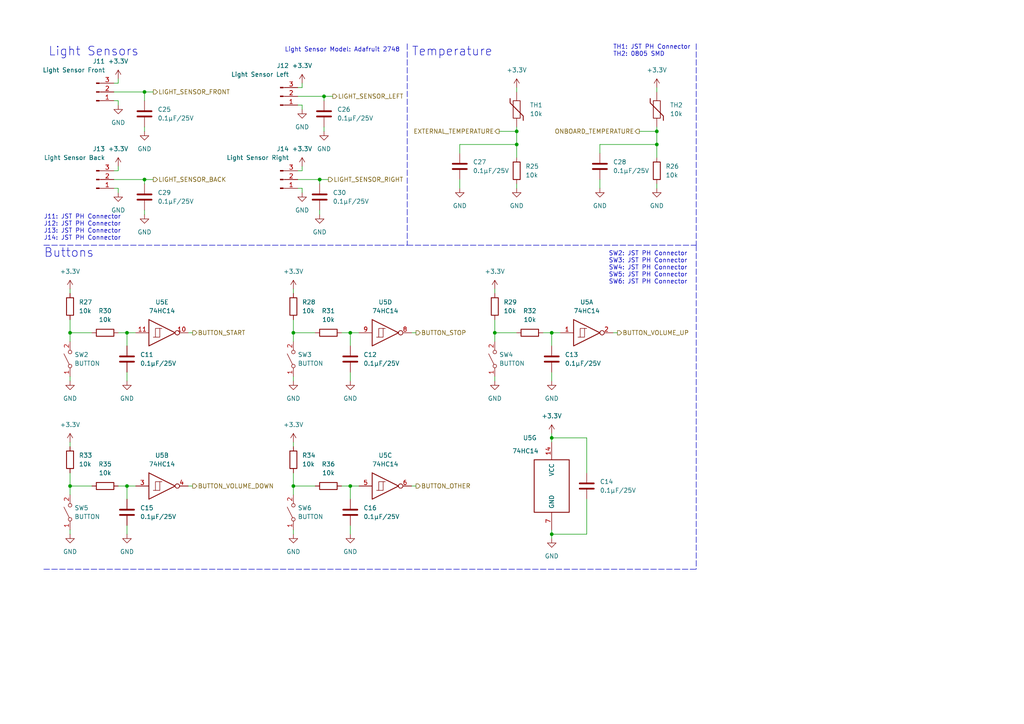
<source format=kicad_sch>
(kicad_sch (version 20211123) (generator eeschema)
  (paper "A4")
  (lib_symbols
    (symbol "Connector:Conn_01x03_Male" (pin_names (offset 1.016) hide)
      (property "Reference" "J" (at 0 5.08 0))
      (property "Value" "Conn_01x03_Male" (at 0 -5.08 0))
      (symbol "Conn_01x03_Male_1_1"
        (polyline (pts (xy 1.27 -2.54) (xy 0.8636 -2.54)) (stroke (width 0.1524)))
        (polyline (pts (xy 1.27 0) (xy 0.8636 0)) (stroke (width 0.1524)))
        (polyline (pts (xy 1.27 2.54) (xy 0.8636 2.54)) (stroke (width 0.1524)))
        (rectangle (start 0.8636 -2.413) (end 0 -2.667) (stroke (width 0.1524)) (fill (type outline)))
        (rectangle (start 0.8636 0.127) (end 0 -0.127) (stroke (width 0.1524)) (fill (type outline)))
        (rectangle (start 0.8636 2.667) (end 0 2.413) (stroke (width 0.1524)) (fill (type outline)))
        (pin passive line (at 5.08 2.54 180) (length 3.81) (name "Pin_1") (number "1"))
        (pin passive line (at 5.08 0 180) (length 3.81) (name "Pin_2") (number "2"))
        (pin passive line (at 5.08 -2.54 180) (length 3.81) (name "Pin_3") (number "3"))
      )
    )
    (symbol "Device:C" (pin_numbers hide) (pin_names (offset 0.254))
      (property "Reference" "C" (at 0.635 2.54 0))
      (property "Value" "C" (at 0.635 -2.54 0))
      (symbol "C_0_1"
        (polyline (pts (xy -2.032 -0.762) (xy 2.032 -0.762)) (stroke (width 0.508)))
        (polyline (pts (xy -2.032 0.762) (xy 2.032 0.762)) (stroke (width 0.508)))
      )
      (symbol "C_1_1"
        (pin passive line (at 0 3.81 270) (length 2.794) (name "~") (number "1"))
        (pin passive line (at 0 -3.81 90) (length 2.794) (name "~") (number "2"))
      )
    )
    (symbol "Device:R" (pin_numbers hide) (pin_names (offset 0))
      (property "Reference" "R" (at 2.032 0 90))
      (property "Value" "R" (at 0 0 90))
      (symbol "R_0_1"
        (rectangle (start -1.016 -2.54) (end 1.016 2.54) (stroke (width 0.254)))
      )
      (symbol "R_1_1"
        (pin passive line (at 0 3.81 270) (length 1.27) (name "~") (number "1"))
        (pin passive line (at 0 -3.81 90) (length 1.27) (name "~") (number "2"))
      )
    )
    (symbol "Device:Thermistor" (pin_numbers hide) (pin_names (offset 0))
      (property "Reference" "TH" (at 2.54 1.27 90))
      (property "Value" "Thermistor" (at -2.54 0 90))
      (symbol "Thermistor_0_1"
        (rectangle (start -1.016 2.54) (end 1.016 -2.54) (stroke (width 0.2032)))
        (polyline (pts (xy -1.905 3.175) (xy -1.905 1.905) (xy 1.905 -1.905) (xy 1.905 -3.175) (xy 1.905 -3.175)) (stroke (width 0.254)))
      )
      (symbol "Thermistor_1_1"
        (pin passive line (at 0 5.08 270) (length 2.54) (name "~") (number "1"))
        (pin passive line (at 0 -5.08 90) (length 2.54) (name "~") (number "2"))
      )
    )
    (symbol "Switch:SW_SPST" (pin_names (offset 0) hide)
      (property "Reference" "SW" (at 0 3.175 0))
      (property "Value" "SW_SPST" (at 0 -2.54 0))
      (symbol "SW_SPST_0_0"
        (circle (center -2.032 0) (radius 0.508))
        (polyline (pts (xy -1.524 0.254) (xy 1.524 1.778)))
        (circle (center 2.032 0) (radius 0.508))
      )
      (symbol "SW_SPST_1_1"
        (pin passive line (at -5.08 0 0) (length 2.54) (name "A") (number "1"))
        (pin passive line (at 5.08 0 180) (length 2.54) (name "B") (number "2"))
      )
    )
    (symbol "power:+3.3V" (power) (pin_names (offset 0))
      (property "Value" "+3.3V" (at 0 3.556 0))
      (symbol "+3.3V_0_1"
        (polyline (pts (xy -0.762 1.27) (xy 0 2.54)))
        (polyline (pts (xy 0 0) (xy 0 2.54)))
        (polyline (pts (xy 0 2.54) (xy 0.762 1.27)))
      )
      (symbol "+3.3V_1_1"
        (pin power_in line (at 0 0 90) (length 0) hide (name "+3.3V") (number "1"))
      )
    )
    (symbol "power:GND" (power) (pin_names (offset 0))
      (property "Value" "GND" (at 0 -3.81 0))
      (symbol "GND_0_1"
        (polyline (pts (xy 0 0) (xy 0 -1.27) (xy 1.27 -1.27) (xy 0 -2.54) (xy -1.27 -1.27) (xy 0 -1.27)))
      )
      (symbol "GND_1_1"
        (pin power_in line (at 0 0 270) (length 0) hide (name "GND") (number "1"))
      )
    )
    (symbol "t-top:74HC14" (pin_names (offset 1.016))
      (property "Reference" "U" (at 0 1.27 0))
      (property "Value" "74HC14" (at 0 -1.27 0))
      (symbol "74HC14_1_0"
        (polyline (pts (xy -3.81 3.81) (xy -3.81 -3.81) (xy 3.81 0) (xy -3.81 3.81)) (stroke (width 0.254)))
        (pin input line (at -7.62 0 0) (length 3.81) (name "~") (number "1"))
        (pin output inverted (at 7.62 0 180) (length 3.81) (name "~") (number "2"))
      )
      (symbol "74HC14_1_1"
        (polyline (pts (xy -1.905 -1.27) (xy -1.905 1.27) (xy -0.635 1.27)))
        (polyline (pts (xy -2.54 -1.27) (xy -0.635 -1.27) (xy -0.635 1.27) (xy 0 1.27)))
      )
      (symbol "74HC14_2_0"
        (polyline (pts (xy -3.81 3.81) (xy -3.81 -3.81) (xy 3.81 0) (xy -3.81 3.81)) (stroke (width 0.254)))
        (pin input line (at -7.62 0 0) (length 3.81) (name "~") (number "3"))
        (pin output inverted (at 7.62 0 180) (length 3.81) (name "~") (number "4"))
      )
      (symbol "74HC14_2_1"
        (polyline (pts (xy -1.905 -1.27) (xy -1.905 1.27) (xy -0.635 1.27)))
        (polyline (pts (xy -2.54 -1.27) (xy -0.635 -1.27) (xy -0.635 1.27) (xy 0 1.27)))
      )
      (symbol "74HC14_3_0"
        (polyline (pts (xy -3.81 3.81) (xy -3.81 -3.81) (xy 3.81 0) (xy -3.81 3.81)) (stroke (width 0.254)))
        (pin input line (at -7.62 0 0) (length 3.81) (name "~") (number "5"))
        (pin output inverted (at 7.62 0 180) (length 3.81) (name "~") (number "6"))
      )
      (symbol "74HC14_3_1"
        (polyline (pts (xy -1.905 -1.27) (xy -1.905 1.27) (xy -0.635 1.27)))
        (polyline (pts (xy -2.54 -1.27) (xy -0.635 -1.27) (xy -0.635 1.27) (xy 0 1.27)))
      )
      (symbol "74HC14_4_0"
        (polyline (pts (xy -3.81 3.81) (xy -3.81 -3.81) (xy 3.81 0) (xy -3.81 3.81)) (stroke (width 0.254)))
        (pin output inverted (at 7.62 0 180) (length 3.81) (name "~") (number "8"))
        (pin input line (at -7.62 0 0) (length 3.81) (name "~") (number "9"))
      )
      (symbol "74HC14_4_1"
        (polyline (pts (xy -1.905 -1.27) (xy -1.905 1.27) (xy -0.635 1.27)))
        (polyline (pts (xy -2.54 -1.27) (xy -0.635 -1.27) (xy -0.635 1.27) (xy 0 1.27)))
      )
      (symbol "74HC14_5_0"
        (polyline (pts (xy -3.81 3.81) (xy -3.81 -3.81) (xy 3.81 0) (xy -3.81 3.81)) (stroke (width 0.254)))
        (pin output inverted (at 7.62 0 180) (length 3.81) (name "~") (number "10"))
        (pin input line (at -7.62 0 0) (length 3.81) (name "~") (number "11"))
      )
      (symbol "74HC14_5_1"
        (polyline (pts (xy -1.905 -1.27) (xy -1.905 1.27) (xy -0.635 1.27)))
        (polyline (pts (xy -2.54 -1.27) (xy -0.635 -1.27) (xy -0.635 1.27) (xy 0 1.27)))
      )
      (symbol "74HC14_6_0"
        (polyline (pts (xy -3.81 3.81) (xy -3.81 -3.81) (xy 3.81 0) (xy -3.81 3.81)) (stroke (width 0.254)))
        (pin output inverted (at 7.62 0 180) (length 3.81) (name "~") (number "12"))
        (pin input line (at -7.62 0 0) (length 3.81) (name "~") (number "13"))
      )
      (symbol "74HC14_6_1"
        (polyline (pts (xy -1.905 -1.27) (xy -1.905 1.27) (xy -0.635 1.27)))
        (polyline (pts (xy -2.54 -1.27) (xy -0.635 -1.27) (xy -0.635 1.27) (xy 0 1.27)))
      )
      (symbol "74HC14_7_0"
        (pin power_in line (at 0 12.7 270) (length 5.08) (name "VCC") (number "14"))
        (pin power_in line (at 0 -12.7 90) (length 5.08) (name "GND") (number "7"))
      )
      (symbol "74HC14_7_1"
        (rectangle (start -5.08 7.62) (end 5.08 -7.62) (stroke (width 0.254)))
      )
    )
  )
  (junction (at 36.83 140.97))
  (junction (at 149.86 38.1))
  (junction (at 160.02 154.94))
  (junction (at 160.02 127))
  (junction (at 190.5 41.91))
  (junction (at 93.98 27.94))
  (junction (at 92.71 52.07))
  (junction (at 41.91 26.67))
  (junction (at 143.51 96.52))
  (junction (at 85.09 96.52))
  (junction (at 149.86 41.91))
  (junction (at 160.02 96.52))
  (junction (at 36.83 96.52))
  (junction (at 20.32 96.52))
  (junction (at 20.32 140.97))
  (junction (at 101.6 96.52))
  (junction (at 190.5 38.1))
  (junction (at 85.09 140.97))
  (junction (at 101.6 140.97))
  (junction (at 41.91 52.07))
  (wire (pts (xy 170.18 127) (xy 160.02 127)))
  (wire (pts (xy 34.29 54.61) (xy 34.29 55.88)))
  (wire (pts (xy 190.5 25.4) (xy 190.5 26.67)))
  (wire (pts (xy 91.44 96.52) (xy 85.09 96.52)))
  (wire (pts (xy 143.51 96.52) (xy 143.51 92.71)))
  (wire (pts (xy 33.02 52.07) (xy 41.91 52.07)))
  (wire (pts (xy 87.63 25.4) (xy 86.36 25.4)))
  (wire (pts (xy 92.71 52.07) (xy 92.71 53.34)))
  (wire (pts (xy 160.02 96.52) (xy 160.02 100.33)))
  (wire (pts (xy 92.71 60.96) (xy 92.71 62.23)))
  (wire (pts (xy 101.6 96.52) (xy 104.14 96.52)))
  (wire (pts (xy 41.91 52.07) (xy 41.91 53.34)))
  (wire (pts (xy 87.63 49.53) (xy 86.36 49.53)))
  (wire (pts (xy 41.91 52.07) (xy 44.45 52.07)))
  (wire (pts (xy 36.83 96.52) (xy 39.37 96.52)))
  (wire (pts (xy 160.02 154.94) (xy 160.02 156.21)))
  (wire (pts (xy 85.09 140.97) (xy 85.09 143.51)))
  (polyline (pts (xy 12.7 71.12) (xy 118.11 71.12)))
  (wire (pts (xy 85.09 109.22) (xy 85.09 110.49)))
  (wire (pts (xy 33.02 26.67) (xy 41.91 26.67)))
  (wire (pts (xy 54.61 140.97) (xy 55.88 140.97)))
  (wire (pts (xy 20.32 96.52) (xy 20.32 92.71)))
  (wire (pts (xy 20.32 83.82) (xy 20.32 85.09)))
  (wire (pts (xy 33.02 29.21) (xy 34.29 29.21)))
  (wire (pts (xy 34.29 29.21) (xy 34.29 30.48)))
  (wire (pts (xy 185.42 38.1) (xy 190.5 38.1)))
  (wire (pts (xy 190.5 53.34) (xy 190.5 54.61)))
  (wire (pts (xy 149.86 96.52) (xy 143.51 96.52)))
  (wire (pts (xy 119.38 96.52) (xy 120.65 96.52)))
  (wire (pts (xy 20.32 128.27) (xy 20.32 129.54)))
  (wire (pts (xy 26.67 140.97) (xy 20.32 140.97)))
  (wire (pts (xy 143.51 83.82) (xy 143.51 85.09)))
  (wire (pts (xy 87.63 48.26) (xy 87.63 49.53)))
  (wire (pts (xy 36.83 96.52) (xy 36.83 100.33)))
  (wire (pts (xy 99.06 140.97) (xy 101.6 140.97)))
  (wire (pts (xy 41.91 26.67) (xy 44.45 26.67)))
  (wire (pts (xy 101.6 140.97) (xy 104.14 140.97)))
  (wire (pts (xy 101.6 107.95) (xy 101.6 110.49)))
  (wire (pts (xy 190.5 41.91) (xy 190.5 45.72)))
  (wire (pts (xy 41.91 26.67) (xy 41.91 29.21)))
  (wire (pts (xy 143.51 96.52) (xy 143.51 99.06)))
  (wire (pts (xy 26.67 96.52) (xy 20.32 96.52)))
  (wire (pts (xy 36.83 140.97) (xy 39.37 140.97)))
  (wire (pts (xy 36.83 140.97) (xy 36.83 144.78)))
  (wire (pts (xy 101.6 96.52) (xy 101.6 100.33)))
  (wire (pts (xy 133.35 52.07) (xy 133.35 54.61)))
  (wire (pts (xy 20.32 96.52) (xy 20.32 99.06)))
  (wire (pts (xy 20.32 109.22) (xy 20.32 110.49)))
  (wire (pts (xy 99.06 96.52) (xy 101.6 96.52)))
  (wire (pts (xy 86.36 54.61) (xy 87.63 54.61)))
  (wire (pts (xy 20.32 153.67) (xy 20.32 154.94)))
  (wire (pts (xy 92.71 52.07) (xy 95.25 52.07)))
  (wire (pts (xy 133.35 41.91) (xy 149.86 41.91)))
  (wire (pts (xy 54.61 96.52) (xy 55.88 96.52)))
  (wire (pts (xy 149.86 25.4) (xy 149.86 26.67)))
  (wire (pts (xy 93.98 36.83) (xy 93.98 38.1)))
  (wire (pts (xy 20.32 140.97) (xy 20.32 137.16)))
  (wire (pts (xy 91.44 140.97) (xy 85.09 140.97)))
  (wire (pts (xy 87.63 54.61) (xy 87.63 55.88)))
  (wire (pts (xy 160.02 125.73) (xy 160.02 127)))
  (wire (pts (xy 119.38 140.97) (xy 120.65 140.97)))
  (wire (pts (xy 143.51 109.22) (xy 143.51 110.49)))
  (wire (pts (xy 149.86 36.83) (xy 149.86 38.1)))
  (wire (pts (xy 85.09 128.27) (xy 85.09 129.54)))
  (wire (pts (xy 149.86 38.1) (xy 149.86 41.91)))
  (wire (pts (xy 93.98 27.94) (xy 93.98 29.21)))
  (wire (pts (xy 34.29 140.97) (xy 36.83 140.97)))
  (wire (pts (xy 85.09 83.82) (xy 85.09 85.09)))
  (wire (pts (xy 173.99 52.07) (xy 173.99 54.61)))
  (wire (pts (xy 93.98 27.94) (xy 96.52 27.94)))
  (wire (pts (xy 190.5 38.1) (xy 190.5 41.91)))
  (polyline (pts (xy 118.11 12.7) (xy 118.11 71.12)))
  (wire (pts (xy 86.36 27.94) (xy 93.98 27.94)))
  (polyline (pts (xy 201.93 12.7) (xy 201.93 71.12)))
  (wire (pts (xy 160.02 96.52) (xy 162.56 96.52)))
  (wire (pts (xy 86.36 52.07) (xy 92.71 52.07)))
  (wire (pts (xy 85.09 153.67) (xy 85.09 154.94)))
  (wire (pts (xy 160.02 107.95) (xy 160.02 110.49)))
  (wire (pts (xy 34.29 96.52) (xy 36.83 96.52)))
  (wire (pts (xy 149.86 53.34) (xy 149.86 54.61)))
  (wire (pts (xy 87.63 30.48) (xy 87.63 31.75)))
  (wire (pts (xy 41.91 36.83) (xy 41.91 38.1)))
  (wire (pts (xy 86.36 30.48) (xy 87.63 30.48)))
  (wire (pts (xy 160.02 154.94) (xy 170.18 154.94)))
  (wire (pts (xy 34.29 49.53) (xy 33.02 49.53)))
  (wire (pts (xy 34.29 22.86) (xy 34.29 24.13)))
  (wire (pts (xy 173.99 44.45) (xy 173.99 41.91)))
  (polyline (pts (xy 201.93 71.12) (xy 201.93 165.1)))
  (wire (pts (xy 190.5 36.83) (xy 190.5 38.1)))
  (wire (pts (xy 41.91 60.96) (xy 41.91 62.23)))
  (wire (pts (xy 160.02 127) (xy 160.02 128.27)))
  (wire (pts (xy 170.18 137.16) (xy 170.18 127)))
  (wire (pts (xy 85.09 140.97) (xy 85.09 137.16)))
  (wire (pts (xy 133.35 44.45) (xy 133.35 41.91)))
  (wire (pts (xy 177.8 96.52) (xy 179.07 96.52)))
  (wire (pts (xy 144.78 38.1) (xy 149.86 38.1)))
  (wire (pts (xy 36.83 152.4) (xy 36.83 154.94)))
  (wire (pts (xy 173.99 41.91) (xy 190.5 41.91)))
  (wire (pts (xy 160.02 153.67) (xy 160.02 154.94)))
  (polyline (pts (xy 118.11 71.12) (xy 201.93 71.12)))
  (wire (pts (xy 34.29 24.13) (xy 33.02 24.13)))
  (wire (pts (xy 36.83 107.95) (xy 36.83 110.49)))
  (wire (pts (xy 87.63 24.13) (xy 87.63 25.4)))
  (wire (pts (xy 20.32 140.97) (xy 20.32 143.51)))
  (wire (pts (xy 34.29 48.26) (xy 34.29 49.53)))
  (wire (pts (xy 33.02 54.61) (xy 34.29 54.61)))
  (wire (pts (xy 157.48 96.52) (xy 160.02 96.52)))
  (wire (pts (xy 101.6 152.4) (xy 101.6 154.94)))
  (polyline (pts (xy 12.7 165.1) (xy 201.93 165.1)))
  (wire (pts (xy 85.09 96.52) (xy 85.09 99.06)))
  (wire (pts (xy 149.86 41.91) (xy 149.86 45.72)))
  (wire (pts (xy 170.18 154.94) (xy 170.18 144.78)))
  (wire (pts (xy 101.6 140.97) (xy 101.6 144.78)))
  (wire (pts (xy 85.09 96.52) (xy 85.09 92.71)))
  (text "Buttons" (at 12.7 74.93 0) (effects (font (size 2.54 2.54)) (justify left bottom)))
  (text "SW2: JST PH Connector\nSW3: JST PH Connector\nSW4: JST PH Connector\nSW5: JST PH Connector\nSW6: JST PH Connector" (at 176.53 82.55 0) (effects (font (size 1.27 1.27)) (justify left bottom)))
  (text "TH1: JST PH Connector\nTH2: 0805 SMD" (at 177.8 16.51 0) (effects (font (size 1.27 1.27)) (justify left bottom)))
  (text "Light Sensors" (at 13.97 16.51 0) (effects (font (size 2.54 2.54)) (justify left bottom)))
  (text "Temperature" (at 119.38 16.51 0) (effects (font (size 2.54 2.54)) (justify left bottom)))
  (text "J11: JST PH Connector\nJ12: JST PH Connector\nJ13: JST PH Connector\nJ14: JST PH Connector" (at 12.7 69.85 0) (effects (font (size 1.27 1.27)) (justify left bottom)))
  (text "Light Sensor Model: Adafruit 2748" (at 82.55 15.24 0) (effects (font (size 1.27 1.27)) (justify left bottom)))
  (hierarchical_label "BUTTON_VOLUME_UP" (shape output) (at 179.07 96.52 0))
  (hierarchical_label "LIGHT_SENSOR_FRONT" (shape output) (at 44.45 26.67 0))
  (hierarchical_label "BUTTON_STOP" (shape output) (at 120.65 96.52 0))
  (hierarchical_label "BUTTON_START" (shape output) (at 55.88 96.52 0))
  (hierarchical_label "LIGHT_SENSOR_RIGHT" (shape output) (at 95.25 52.07 0))
  (hierarchical_label "LIGHT_SENSOR_BACK" (shape output) (at 44.45 52.07 0))
  (hierarchical_label "BUTTON_OTHER" (shape output) (at 120.65 140.97 0))
  (hierarchical_label "BUTTON_VOLUME_DOWN" (shape output) (at 55.88 140.97 0))
  (hierarchical_label "LIGHT_SENSOR_LEFT" (shape output) (at 96.52 27.94 0))
  (hierarchical_label "EXTERNAL_TEMPERATURE" (shape output) (at 144.78 38.1 180))
  (hierarchical_label "ONBOARD_TEMPERATURE" (shape output) (at 185.42 38.1 180))
  (symbol (lib_id "power:+3.3V") (at 34.29 48.26 0) (unit 1)
    (property "Reference" "#PWR0166" (effects hide))
    (property "Value" "+3.3V" (at 34.29 43.18 0))
  )
  (symbol (lib_id "Device:R") (at 30.48 96.52 90) (unit 1)
    (property "Reference" "R30" (at 30.48 90.17 90))
    (property "Value" "10k" (at 30.48 92.71 90))
    (property "Footprint" "Resistor_SMD:R_0805_2012Metric" (effects hide))
  )
  (symbol (lib_id "Device:R") (at 190.5 49.53 0) (unit 1)
    (property "Reference" "R26" (at 193.04 48.2599 0) (effects (justify left)))
    (property "Value" "10k" (at 193.04 50.7999 0) (effects (justify left)))
    (property "Footprint" "Resistor_SMD:R_0805_2012Metric" (effects hide))
  )
  (symbol (lib_id "Device:R") (at 20.32 88.9 0) (unit 1)
    (property "Reference" "R27" (at 22.86 87.6299 0) (effects (justify left)))
    (property "Value" "10k" (at 22.86 90.1699 0) (effects (justify left)))
    (property "Footprint" "Resistor_SMD:R_0805_2012Metric" (effects hide))
  )
  (symbol (lib_id "Switch:SW_SPST") (at 85.09 148.59 90) (unit 1)
    (property "Reference" "SW6" (at 86.36 147.3199 90) (effects (justify right)))
    (property "Value" "BUTTON" (at 86.36 149.8599 90) (effects (justify right)))
    (property "Footprint" "Connector_JST:JST_PH_B2B-PH-K_1x02_P2.00mm_Vertical" (effects hide))
  )
  (symbol (lib_id "power:+3.3V") (at 87.63 24.13 0) (unit 1)
    (property "Reference" "#PWR0165" (effects hide))
    (property "Value" "+3.3V" (at 87.63 19.05 0))
  )
  (symbol (lib_id "Device:R") (at 95.25 96.52 90) (unit 1)
    (property "Reference" "R31" (at 95.25 90.17 90))
    (property "Value" "10k" (at 95.25 92.71 90))
    (property "Footprint" "Resistor_SMD:R_0805_2012Metric" (effects hide))
  )
  (symbol (lib_id "Device:C") (at 36.83 104.14 0) (unit 1)
    (property "Reference" "C11" (at 40.64 102.8699 0) (effects (justify left)))
    (property "Value" "0.1µF/25V" (at 40.64 105.4099 0) (effects (justify left)))
    (property "Footprint" "Capacitor_SMD:C_0805_2012Metric" (effects hide))
  )
  (symbol (lib_id "t-top:74HC14") (at 160.02 140.97 0) (unit 7)
    (property "Reference" "U5" (at 153.67 127 0))
    (property "Value" "74HC14" (at 152.4 130.81 0))
    (property "Footprint" "Package_SO:TSSOP-14_4.4x5mm_P0.65mm" (effects hide))
    (property "Datasheet" "http://www.ti.com/lit/gpn/sn74HC14" (effects hide))
  )
  (symbol (lib_id "power:+3.3V") (at 190.5 25.4 0) (unit 1)
    (property "Reference" "#PWR0150" (effects hide))
    (property "Value" "+3.3V" (at 190.5 20.32 0))
  )
  (symbol (lib_id "Device:R") (at 85.09 88.9 0) (unit 1)
    (property "Reference" "R28" (at 87.63 87.6299 0) (effects (justify left)))
    (property "Value" "10k" (at 87.63 90.1699 0) (effects (justify left)))
    (property "Footprint" "Resistor_SMD:R_0805_2012Metric" (effects hide))
  )
  (symbol (lib_id "Connector:Conn_01x03_Male") (at 27.94 52.07 0) (mirror x) (unit 1)
    (property "Reference" "J13" (at 30.48 43.18 0) (effects (justify right)))
    (property "Value" "Light Sensor Back" (at 30.48 45.72 0) (effects (justify right)))
    (property "Footprint" "Connector_JST:JST_PH_B3B-PH-K_1x03_P2.00mm_Vertical" (effects hide))
  )
  (symbol (lib_id "t-top:74HC14") (at 46.99 96.52 0) (unit 5)
    (property "Reference" "U5" (at 46.99 87.63 0))
    (property "Value" "74HC14" (at 46.99 90.17 0))
    (property "Footprint" "Package_SO:TSSOP-14_4.4x5mm_P0.65mm" (effects hide))
    (property "Datasheet" "http://www.ti.com/lit/gpn/sn74HC14" (effects hide))
  )
  (symbol (lib_id "power:GND") (at 92.71 62.23 0) (unit 1)
    (property "Reference" "#PWR0195" (effects hide))
    (property "Value" "GND" (at 92.71 67.31 0))
  )
  (symbol (lib_id "Device:R") (at 30.48 140.97 90) (unit 1)
    (property "Reference" "R35" (at 30.48 134.62 90))
    (property "Value" "10k" (at 30.48 137.16 90))
    (property "Footprint" "Resistor_SMD:R_0805_2012Metric" (effects hide))
  )
  (symbol (lib_id "power:+3.3V") (at 34.29 22.86 0) (unit 1)
    (property "Reference" "#PWR0169" (effects hide))
    (property "Value" "+3.3V" (at 34.29 17.78 0))
  )
  (symbol (lib_id "power:+3.3V") (at 87.63 48.26 0) (unit 1)
    (property "Reference" "#PWR0156" (effects hide))
    (property "Value" "+3.3V" (at 87.63 43.18 0))
  )
  (symbol (lib_id "power:GND") (at 34.29 55.88 0) (unit 1)
    (property "Reference" "#PWR0167" (effects hide))
    (property "Value" "GND" (at 34.29 60.96 0))
  )
  (symbol (lib_id "power:+3.3V") (at 85.09 83.82 0) (unit 1)
    (property "Reference" "#PWR0168" (effects hide))
    (property "Value" "+3.3V" (at 85.09 78.74 0))
  )
  (symbol (lib_id "Device:C") (at 101.6 148.59 0) (unit 1)
    (property "Reference" "C16" (at 105.41 147.3199 0) (effects (justify left)))
    (property "Value" "0.1µF/25V" (at 105.41 149.8599 0) (effects (justify left)))
    (property "Footprint" "Capacitor_SMD:C_0805_2012Metric" (effects hide))
  )
  (symbol (lib_id "power:GND") (at 41.91 38.1 0) (unit 1)
    (property "Reference" "#PWR0191" (effects hide))
    (property "Value" "GND" (at 41.91 43.18 0))
  )
  (symbol (lib_id "Device:C") (at 173.99 48.26 0) (unit 1)
    (property "Reference" "C28" (at 177.8 46.9899 0) (effects (justify left)))
    (property "Value" "0.1µF/25V" (at 177.8 49.5299 0) (effects (justify left)))
    (property "Footprint" "Capacitor_SMD:C_0805_2012Metric" (effects hide))
  )
  (symbol (lib_id "Device:Thermistor") (at 190.5 31.75 0) (unit 1)
    (property "Reference" "TH2" (at 194.31 30.4799 0) (effects (justify left)))
    (property "Value" "10k" (at 194.31 33.0199 0) (effects (justify left)))
    (property "Footprint" "Resistor_SMD:R_0805_2012Metric" (effects hide))
  )
  (symbol (lib_id "power:GND") (at 87.63 31.75 0) (unit 1)
    (property "Reference" "#PWR0157" (effects hide))
    (property "Value" "GND" (at 87.63 36.83 0))
  )
  (symbol (lib_id "Device:R") (at 149.86 49.53 0) (unit 1)
    (property "Reference" "R25" (at 152.4 48.2599 0) (effects (justify left)))
    (property "Value" "10k" (at 152.4 50.7999 0) (effects (justify left)))
    (property "Footprint" "Resistor_SMD:R_0805_2012Metric" (effects hide))
  )
  (symbol (lib_id "power:GND") (at 20.32 154.94 0) (unit 1)
    (property "Reference" "#PWR0174" (effects hide))
    (property "Value" "GND" (at 20.32 160.02 0))
  )
  (symbol (lib_id "Device:C") (at 92.71 57.15 0) (unit 1)
    (property "Reference" "C30" (at 96.52 55.8799 0) (effects (justify left)))
    (property "Value" "0.1µF/25V" (at 96.52 58.4199 0) (effects (justify left)))
    (property "Footprint" "Capacitor_SMD:C_0805_2012Metric" (effects hide))
  )
  (symbol (lib_id "power:GND") (at 149.86 54.61 0) (unit 1)
    (property "Reference" "#PWR0153" (effects hide))
    (property "Value" "GND" (at 149.86 59.69 0))
  )
  (symbol (lib_id "Device:R") (at 153.67 96.52 90) (unit 1)
    (property "Reference" "R32" (at 153.67 90.17 90))
    (property "Value" "10k" (at 153.67 92.71 90))
    (property "Footprint" "Resistor_SMD:R_0805_2012Metric" (effects hide))
  )
  (symbol (lib_id "power:GND") (at 160.02 156.21 0) (unit 1)
    (property "Reference" "#PWR0161" (effects hide))
    (property "Value" "GND" (at 160.02 161.29 0))
  )
  (symbol (lib_id "power:GND") (at 34.29 30.48 0) (unit 1)
    (property "Reference" "#PWR0170" (effects hide))
    (property "Value" "GND" (at 34.29 35.56 0))
  )
  (symbol (lib_id "power:GND") (at 173.99 54.61 0) (unit 1)
    (property "Reference" "#PWR0193" (effects hide))
    (property "Value" "GND" (at 173.99 59.69 0))
  )
  (symbol (lib_id "t-top:74HC14") (at 111.76 96.52 0) (unit 4)
    (property "Reference" "U5" (at 111.76 87.63 0))
    (property "Value" "74HC14" (at 111.76 90.17 0))
    (property "Footprint" "Package_SO:TSSOP-14_4.4x5mm_P0.65mm" (effects hide))
    (property "Datasheet" "http://www.ti.com/lit/gpn/sn74HC14" (effects hide))
  )
  (symbol (lib_id "Device:R") (at 143.51 88.9 0) (unit 1)
    (property "Reference" "R29" (at 146.05 87.6299 0) (effects (justify left)))
    (property "Value" "10k" (at 146.05 90.1699 0) (effects (justify left)))
    (property "Footprint" "Resistor_SMD:R_0805_2012Metric" (effects hide))
  )
  (symbol (lib_id "power:GND") (at 85.09 154.94 0) (unit 1)
    (property "Reference" "#PWR0173" (effects hide))
    (property "Value" "GND" (at 85.09 160.02 0))
  )
  (symbol (lib_id "power:GND") (at 41.91 62.23 0) (unit 1)
    (property "Reference" "#PWR0194" (effects hide))
    (property "Value" "GND" (at 41.91 67.31 0))
  )
  (symbol (lib_id "Device:C") (at 41.91 33.02 0) (unit 1)
    (property "Reference" "C25" (at 45.72 31.7499 0) (effects (justify left)))
    (property "Value" "0.1µF/25V" (at 45.72 34.2899 0) (effects (justify left)))
    (property "Footprint" "Capacitor_SMD:C_0805_2012Metric" (effects hide))
  )
  (symbol (lib_id "Device:C") (at 160.02 104.14 0) (unit 1)
    (property "Reference" "C13" (at 163.83 102.8699 0) (effects (justify left)))
    (property "Value" "0.1µF/25V" (at 163.83 105.4099 0) (effects (justify left)))
    (property "Footprint" "Capacitor_SMD:C_0805_2012Metric" (effects hide))
  )
  (symbol (lib_id "power:+3.3V") (at 149.86 25.4 0) (unit 1)
    (property "Reference" "#PWR0152" (effects hide))
    (property "Value" "+3.3V" (at 149.86 20.32 0))
  )
  (symbol (lib_id "Switch:SW_SPST") (at 20.32 148.59 90) (unit 1)
    (property "Reference" "SW5" (at 21.59 147.3199 90) (effects (justify right)))
    (property "Value" "BUTTON" (at 21.59 149.8599 90) (effects (justify right)))
    (property "Footprint" "Connector_JST:JST_PH_B2B-PH-K_1x02_P2.00mm_Vertical" (effects hide))
  )
  (symbol (lib_id "power:+3.3V") (at 160.02 125.73 0) (unit 1)
    (property "Reference" "#PWR0162" (effects hide))
    (property "Value" "+3.3V" (at 160.02 120.65 0))
  )
  (symbol (lib_id "power:GND") (at 101.6 154.94 0) (unit 1)
    (property "Reference" "#PWR0172" (effects hide))
    (property "Value" "GND" (at 101.6 160.02 0))
  )
  (symbol (lib_id "power:GND") (at 85.09 110.49 0) (unit 1)
    (property "Reference" "#PWR0158" (effects hide))
    (property "Value" "GND" (at 85.09 115.57 0))
  )
  (symbol (lib_id "Connector:Conn_01x03_Male") (at 81.28 52.07 0) (mirror x) (unit 1)
    (property "Reference" "J14" (at 83.82 43.18 0) (effects (justify right)))
    (property "Value" "Light Sensor Right" (at 83.82 45.72 0) (effects (justify right)))
    (property "Footprint" "Connector_JST:JST_PH_B3B-PH-K_1x03_P2.00mm_Vertical" (effects hide))
  )
  (symbol (lib_id "Switch:SW_SPST") (at 143.51 104.14 90) (unit 1)
    (property "Reference" "SW4" (at 144.78 102.8699 90) (effects (justify right)))
    (property "Value" "BUTTON" (at 144.78 105.4099 90) (effects (justify right)))
    (property "Footprint" "Connector_JST:JST_PH_B2B-PH-K_1x02_P2.00mm_Vertical" (effects hide))
  )
  (symbol (lib_id "power:+3.3V") (at 20.32 83.82 0) (unit 1)
    (property "Reference" "#PWR0164" (effects hide))
    (property "Value" "+3.3V" (at 20.32 78.74 0))
  )
  (symbol (lib_id "Device:C") (at 41.91 57.15 0) (unit 1)
    (property "Reference" "C29" (at 45.72 55.8799 0) (effects (justify left)))
    (property "Value" "0.1µF/25V" (at 45.72 58.4199 0) (effects (justify left)))
    (property "Footprint" "Capacitor_SMD:C_0805_2012Metric" (effects hide))
  )
  (symbol (lib_id "Switch:SW_SPST") (at 85.09 104.14 90) (unit 1)
    (property "Reference" "SW3" (at 86.36 102.8699 90) (effects (justify right)))
    (property "Value" "BUTTON" (at 86.36 105.4099 90) (effects (justify right)))
    (property "Footprint" "Connector_JST:JST_PH_B2B-PH-K_1x02_P2.00mm_Vertical" (effects hide))
  )
  (symbol (lib_id "Connector:Conn_01x03_Male") (at 27.94 26.67 0) (mirror x) (unit 1)
    (property "Reference" "J11" (at 30.48 17.78 0) (effects (justify right)))
    (property "Value" "Light Sensor Front" (at 30.48 20.32 0) (effects (justify right)))
    (property "Footprint" "Connector_JST:JST_PH_B3B-PH-K_1x03_P2.00mm_Vertical" (effects hide))
  )
  (symbol (lib_id "Switch:SW_SPST") (at 20.32 104.14 90) (unit 1)
    (property "Reference" "SW2" (at 21.59 102.8699 90) (effects (justify right)))
    (property "Value" "BUTTON" (at 21.59 105.4099 90) (effects (justify right)))
    (property "Footprint" "Connector_JST:JST_PH_B2B-PH-K_1x02_P2.00mm_Vertical" (effects hide))
  )
  (symbol (lib_id "power:GND") (at 87.63 55.88 0) (unit 1)
    (property "Reference" "#PWR0155" (effects hide))
    (property "Value" "GND" (at 87.63 60.96 0))
  )
  (symbol (lib_id "Device:C") (at 133.35 48.26 0) (unit 1)
    (property "Reference" "C27" (at 137.16 46.9899 0) (effects (justify left)))
    (property "Value" "0.1µF/25V" (at 137.16 49.5299 0) (effects (justify left)))
    (property "Footprint" "Capacitor_SMD:C_0805_2012Metric" (effects hide))
  )
  (symbol (lib_id "Device:R") (at 20.32 133.35 0) (unit 1)
    (property "Reference" "R33" (at 22.86 132.0799 0) (effects (justify left)))
    (property "Value" "10k" (at 22.86 134.6199 0) (effects (justify left)))
    (property "Footprint" "Resistor_SMD:R_0805_2012Metric" (effects hide))
  )
  (symbol (lib_id "Device:C") (at 36.83 148.59 0) (unit 1)
    (property "Reference" "C15" (at 40.64 147.3199 0) (effects (justify left)))
    (property "Value" "0.1µF/25V" (at 40.64 149.8599 0) (effects (justify left)))
    (property "Footprint" "Capacitor_SMD:C_0805_2012Metric" (effects hide))
  )
  (symbol (lib_id "Device:R") (at 85.09 133.35 0) (unit 1)
    (property "Reference" "R34" (at 87.63 132.0799 0) (effects (justify left)))
    (property "Value" "10k" (at 87.63 134.6199 0) (effects (justify left)))
    (property "Footprint" "Resistor_SMD:R_0805_2012Metric" (effects hide))
  )
  (symbol (lib_id "power:GND") (at 36.83 154.94 0) (unit 1)
    (property "Reference" "#PWR0176" (effects hide))
    (property "Value" "GND" (at 36.83 160.02 0))
  )
  (symbol (lib_id "power:GND") (at 20.32 110.49 0) (unit 1)
    (property "Reference" "#PWR0148" (effects hide))
    (property "Value" "GND" (at 20.32 115.57 0))
  )
  (symbol (lib_id "Device:C") (at 101.6 104.14 0) (unit 1)
    (property "Reference" "C12" (at 105.41 102.8699 0) (effects (justify left)))
    (property "Value" "0.1µF/25V" (at 105.41 105.4099 0) (effects (justify left)))
    (property "Footprint" "Capacitor_SMD:C_0805_2012Metric" (effects hide))
  )
  (symbol (lib_id "power:+3.3V") (at 20.32 128.27 0) (unit 1)
    (property "Reference" "#PWR0175" (effects hide))
    (property "Value" "+3.3V" (at 20.32 123.19 0))
  )
  (symbol (lib_id "power:GND") (at 133.35 54.61 0) (unit 1)
    (property "Reference" "#PWR0192" (effects hide))
    (property "Value" "GND" (at 133.35 59.69 0))
  )
  (symbol (lib_id "power:+3.3V") (at 85.09 128.27 0) (unit 1)
    (property "Reference" "#PWR0171" (effects hide))
    (property "Value" "+3.3V" (at 85.09 123.19 0))
  )
  (symbol (lib_id "t-top:74HC14") (at 170.18 96.52 0) (unit 1)
    (property "Reference" "U5" (at 170.18 87.63 0))
    (property "Value" "74HC14" (at 170.18 90.17 0))
    (property "Footprint" "Package_SO:TSSOP-14_4.4x5mm_P0.65mm" (effects hide))
    (property "Datasheet" "http://www.ti.com/lit/gpn/sn74HC14" (effects hide))
  )
  (symbol (lib_id "power:GND") (at 160.02 110.49 0) (unit 1)
    (property "Reference" "#PWR0163" (effects hide))
    (property "Value" "GND" (at 160.02 115.57 0))
  )
  (symbol (lib_id "Device:R") (at 95.25 140.97 90) (unit 1)
    (property "Reference" "R36" (at 95.25 134.62 90))
    (property "Value" "10k" (at 95.25 137.16 90))
    (property "Footprint" "Resistor_SMD:R_0805_2012Metric" (effects hide))
  )
  (symbol (lib_id "t-top:74HC14") (at 111.76 140.97 0) (unit 3)
    (property "Reference" "U5" (at 111.76 132.08 0))
    (property "Value" "74HC14" (at 111.76 134.62 0))
    (property "Footprint" "Package_SO:TSSOP-14_4.4x5mm_P0.65mm" (effects hide))
    (property "Datasheet" "http://www.ti.com/lit/gpn/sn74HC14" (effects hide))
  )
  (symbol (lib_id "power:GND") (at 36.83 110.49 0) (unit 1)
    (property "Reference" "#PWR0149" (effects hide))
    (property "Value" "GND" (at 36.83 115.57 0))
  )
  (symbol (lib_id "t-top:74HC14") (at 46.99 140.97 0) (unit 2)
    (property "Reference" "U5" (at 46.99 132.08 0))
    (property "Value" "74HC14" (at 46.99 134.62 0))
    (property "Footprint" "Package_SO:TSSOP-14_4.4x5mm_P0.65mm" (effects hide))
    (property "Datasheet" "http://www.ti.com/lit/gpn/sn74HC14" (effects hide))
  )
  (symbol (lib_id "power:GND") (at 143.51 110.49 0) (unit 1)
    (property "Reference" "#PWR0160" (effects hide))
    (property "Value" "GND" (at 143.51 115.57 0))
  )
  (symbol (lib_id "power:GND") (at 93.98 38.1 0) (unit 1)
    (property "Reference" "#PWR0196" (effects hide))
    (property "Value" "GND" (at 93.98 43.18 0))
  )
  (symbol (lib_id "Device:C") (at 170.18 140.97 0) (unit 1)
    (property "Reference" "C14" (at 173.99 139.6999 0) (effects (justify left)))
    (property "Value" "0.1µF/25V" (at 173.99 142.2399 0) (effects (justify left)))
    (property "Footprint" "Capacitor_SMD:C_0805_2012Metric" (effects hide))
  )
  (symbol (lib_id "power:GND") (at 101.6 110.49 0) (unit 1)
    (property "Reference" "#PWR0154" (effects hide))
    (property "Value" "GND" (at 101.6 115.57 0))
  )
  (symbol (lib_id "Device:Thermistor") (at 149.86 31.75 0) (unit 1)
    (property "Reference" "TH1" (at 153.67 30.4799 0) (effects (justify left)))
    (property "Value" "10k" (at 153.67 33.0199 0) (effects (justify left)))
    (property "Footprint" "Connector_JST:JST_PH_B2B-PH-K_1x02_P2.00mm_Vertical" (effects hide))
  )
  (symbol (lib_id "power:+3.3V") (at 143.51 83.82 0) (unit 1)
    (property "Reference" "#PWR0159" (effects hide))
    (property "Value" "+3.3V" (at 143.51 78.74 0))
  )
  (symbol (lib_id "power:GND") (at 190.5 54.61 0) (unit 1)
    (property "Reference" "#PWR0151" (effects hide))
    (property "Value" "GND" (at 190.5 59.69 0))
  )
  (symbol (lib_id "Connector:Conn_01x03_Male") (at 81.28 27.94 0) (mirror x) (unit 1)
    (property "Reference" "J12" (at 83.82 19.05 0) (effects (justify right)))
    (property "Value" "Light Sensor Left" (at 83.82 21.59 0) (effects (justify right)))
    (property "Footprint" "Connector_JST:JST_PH_B3B-PH-K_1x03_P2.00mm_Vertical" (effects hide))
  )
  (symbol (lib_id "Device:C") (at 93.98 33.02 0) (unit 1)
    (property "Reference" "C26" (at 97.79 31.7499 0) (effects (justify left)))
    (property "Value" "0.1µF/25V" (at 97.79 34.2899 0) (effects (justify left)))
    (property "Footprint" "Capacitor_SMD:C_0805_2012Metric" (effects hide))
  )
)
</source>
